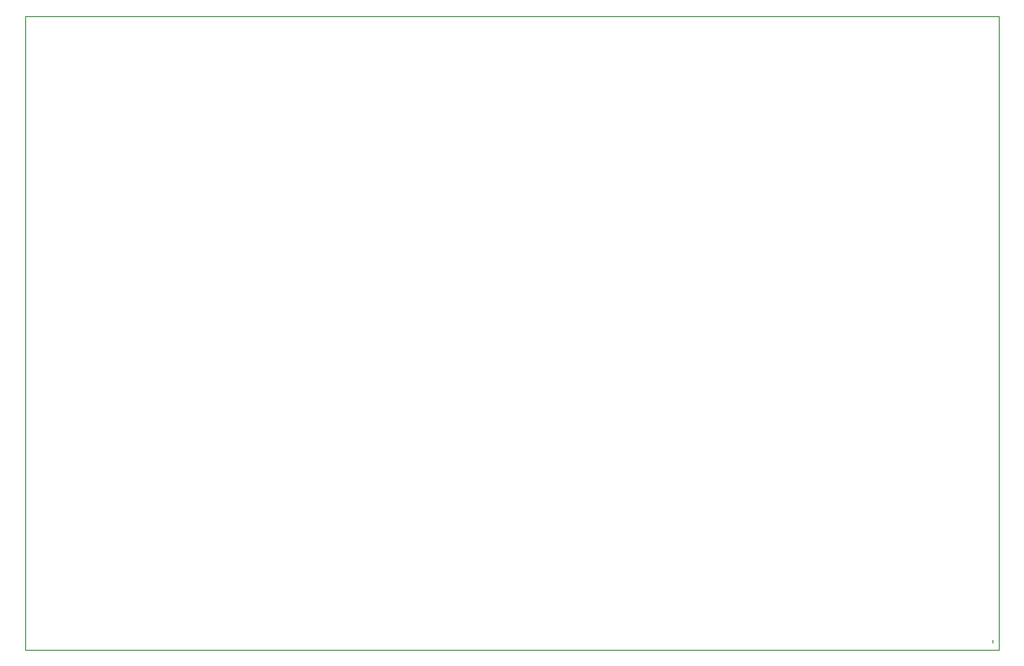
<source format=gbr>
G04 (created by PCBNEW (2013-07-07 BZR 4022)-stable) date 15/03/2016 14:01:07*
%MOIN*%
G04 Gerber Fmt 3.4, Leading zero omitted, Abs format*
%FSLAX34Y34*%
G01*
G70*
G90*
G04 APERTURE LIST*
%ADD10C,0.00590551*%
%ADD11C,0.00393701*%
G04 APERTURE END LIST*
G54D10*
G54D11*
X20900Y-36900D02*
X20900Y-36475D01*
X56950Y-36900D02*
X20900Y-36900D01*
X56950Y-13450D02*
X56950Y-36900D01*
X20900Y-13450D02*
X56950Y-13450D01*
X20900Y-36475D02*
X20900Y-13450D01*
X56700Y-36625D02*
X56700Y-36550D01*
M02*

</source>
